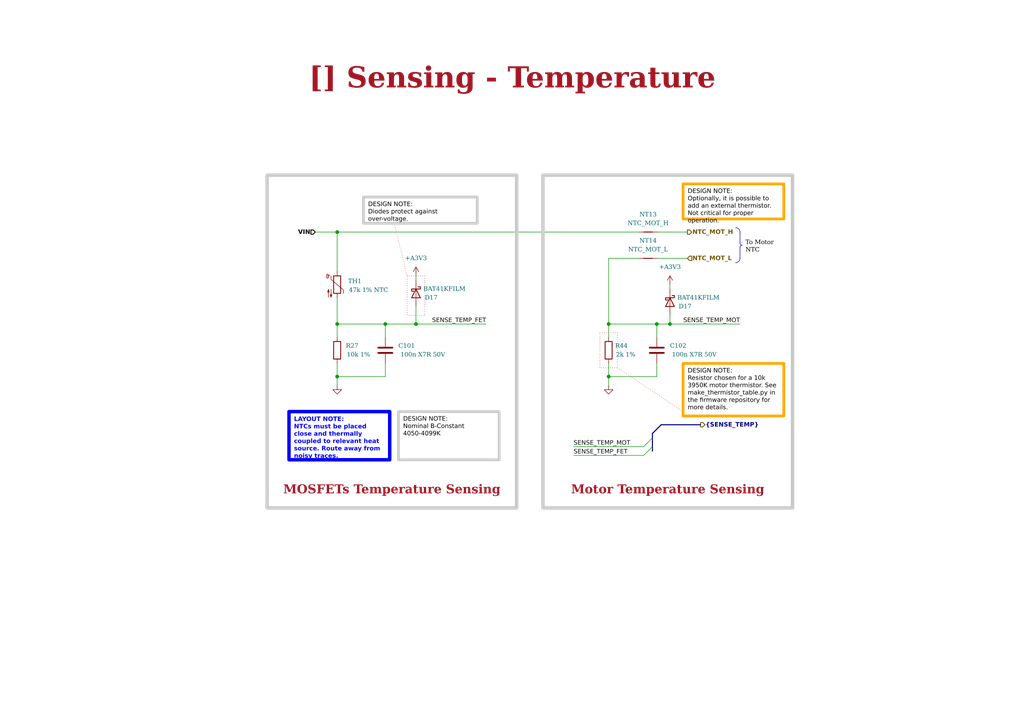
<source format=kicad_sch>
(kicad_sch (version 20231120) (generator "eeschema") (generator_version "8.0")
  (paper "A4")
  (title_block (title "Sensing - Temperature") (date "2024-04-13") (rev "${REVISION}") (company "${COMPANY}"))
  (lib_symbols
    (symbol "0_power_symbols:+A3V3" (power) (pin_names (offset 0))
      (property "Value" "+A3V3" (at 0 3.556 0))
      (symbol "+A3V3_0_1"
        (polyline (pts (xy -0.762 1.27) (xy 0 2.54)))
        (polyline (pts (xy 0 0) (xy 0 2.54)))
        (polyline (pts (xy 0 2.54) (xy 0.762 1.27)))
      )
      (symbol "+A3V3_1_1"
        (pin power_in line (at 0 0 90) (length 0) hide (name "+A3V3") (number "1"))
      )
    )
    (symbol "BAT41KFILM_1" (pin_numbers hide) (pin_names (offset 1.016) hide)
      (property "Reference" "D" (at 0 2.54 0))
      (property "Value" "BAT41KFILM" (at 0 -2.54 0))
      (symbol "BAT41KFILM_1_0_1"
        (polyline (pts (xy 1.27 0) (xy -1.27 0)))
        (polyline (pts (xy 1.27 1.27) (xy 1.27 -1.27) (xy -1.27 0) (xy 1.27 1.27)) (stroke (width 0.254)))
        (polyline (pts (xy -1.905 0.635) (xy -1.905 1.27) (xy -1.27 1.27) (xy -1.27 -1.27) (xy -0.635 -1.27) (xy -0.635 -0.635)) (stroke (width 0.254)))
      )
      (symbol "BAT41KFILM_1_1_1"
        (pin passive line (at -3.81 0 0) (length 2.54) (name "K") (number "1"))
        (pin passive line (at 3.81 0 180) (length 2.54) (name "A") (number "2"))
      )
    )
    (symbol "Device:C" (pin_numbers hide) (pin_names (offset 0.254))
      (property "Reference" "C" (at 0.635 2.54 0))
      (property "Value" "C" (at 0.635 -2.54 0))
      (symbol "C_0_1"
        (polyline (pts (xy -2.032 -0.762) (xy 2.032 -0.762)) (stroke (width 0.508)))
        (polyline (pts (xy -2.032 0.762) (xy 2.032 0.762)) (stroke (width 0.508)))
      )
      (symbol "C_1_1"
        (pin passive line (at 0 3.81 270) (length 2.794) (name "~") (number "1"))
        (pin passive line (at 0 -3.81 90) (length 2.794) (name "~") (number "2"))
      )
    )
    (symbol "Device:NetTie_2" (pin_numbers hide) (pin_names (offset 0) hide) (in_bom no)
      (property "Reference" "NT" (at 0 1.27 0))
      (property "Value" "NetTie_2" (at 0 -1.27 0))
      (symbol "NetTie_2_0_1"
        (polyline (pts (xy -1.27 0) (xy 1.27 0)) (stroke (width 0.254)))
      )
      (symbol "NetTie_2_1_1"
        (pin passive line (at -2.54 0 0) (length 2.54) (name "1") (number "1"))
        (pin passive line (at 2.54 0 180) (length 2.54) (name "2") (number "2"))
      )
    )
    (symbol "Device:R" (pin_numbers hide) (pin_names (offset 0))
      (property "Reference" "R" (at 2.032 0 90))
      (property "Value" "R" (at 0 0 90))
      (symbol "R_0_1"
        (rectangle (start -1.016 -2.54) (end 1.016 2.54) (stroke (width 0.254)))
      )
      (symbol "R_1_1"
        (pin passive line (at 0 3.81 270) (length 1.27) (name "~") (number "1"))
        (pin passive line (at 0 -3.81 90) (length 1.27) (name "~") (number "2"))
      )
    )
    (symbol "Device:Thermistor_NTC" (pin_numbers hide) (pin_names (offset 0))
      (property "Reference" "TH" (at -4.445 0 90))
      (property "Value" "Thermistor_NTC" (at 3.175 0 90))
      (symbol "Thermistor_NTC_0_1"
        (arc (start -3.048 2.159) (mid -3.0495 2.3143) (end -3.175 2.413))
        (arc (start -3.048 2.159) (mid -2.9736 1.9794) (end -2.794 1.905))
        (arc (start -3.048 2.794) (mid -2.9736 2.6144) (end -2.794 2.54))
        (arc (start -2.794 1.905) (mid -2.6144 1.9794) (end -2.54 2.159))
        (arc (start -2.794 2.54) (mid -2.4393 2.5587) (end -2.159 2.794))
        (arc (start -2.794 3.048) (mid -2.9736 2.9736) (end -3.048 2.794))
        (arc (start -2.54 2.794) (mid -2.6144 2.9736) (end -2.794 3.048))
        (rectangle (start -1.016 2.54) (end 1.016 -2.54) (stroke (width 0.254)))
        (polyline (pts (xy -2.54 2.159) (xy -2.54 2.794)))
        (polyline (pts (xy -1.778 2.54) (xy -1.778 1.524) (xy 1.778 -1.524) (xy 1.778 -2.54)))
        (polyline (pts (xy -2.54 -3.683) (xy -2.54 -1.397) (xy -2.794 -2.159) (xy -2.286 -2.159) (xy -2.54 -1.397) (xy -2.54 -1.651)) (fill (type outline)))
        (polyline (pts (xy -1.778 -1.397) (xy -1.778 -3.683) (xy -2.032 -2.921) (xy -1.524 -2.921) (xy -1.778 -3.683) (xy -1.778 -3.429)) (fill (type outline)))
      )
      (symbol "Thermistor_NTC_1_1"
        (pin passive line (at 0 3.81 270) (length 1.27) (name "~") (number "1"))
        (pin passive line (at 0 -3.81 90) (length 1.27) (name "~") (number "2"))
      )
    )
    (symbol "power:GND" (power) (pin_names (offset 0))
      (property "Value" "GND" (at 0 -3.81 0))
      (symbol "GND_0_1"
        (polyline (pts (xy 0 0) (xy 0 -1.27) (xy 1.27 -1.27) (xy 0 -2.54) (xy -1.27 -1.27) (xy 0 -1.27)))
      )
      (symbol "GND_1_1"
        (pin power_in line (at 0 0 270) (length 0) hide (name "GND") (number "1"))
      )
    )
  )
  (junction (at 194.31 93.98))
  (junction (at 97.79 67.31))
  (junction (at 120.65 93.98))
  (junction (at 97.79 93.98))
  (junction (at 176.53 93.98))
  (junction (at 190.5 93.98))
  (junction (at 97.79 109.22))
  (junction (at 176.53 109.22))
  (junction (at 111.76 93.98))
  (bus_entry (at 186.69 129.54) (size 2.54 -2.54))
  (bus_entry (at 186.69 132.08) (size 2.54 -2.54))
  (wire (pts (xy 97.79 67.31) (xy 185.42 67.31)))
  (wire (pts (xy 190.5 67.31) (xy 199.39 67.31)))
  (wire (pts (xy 176.53 109.22) (xy 190.5 109.22)))
  (wire (pts (xy 120.65 80.01) (xy 120.65 81.28)))
  (wire (pts (xy 97.79 109.22) (xy 111.76 109.22)))
  (wire (pts (xy 97.79 93.98) (xy 97.79 97.79)))
  (wire (pts (xy 97.79 67.31) (xy 97.79 78.74)))
  (wire (pts (xy 97.79 105.41) (xy 97.79 109.22)))
  (wire (pts (xy 97.79 111.76) (xy 97.79 109.22)))
  (wire (pts (xy 111.76 93.98) (xy 120.65 93.98)))
  (wire (pts (xy 176.53 93.98) (xy 176.53 97.79)))
  (wire (pts (xy 185.42 74.93) (xy 176.53 74.93)))
  (wire (pts (xy 176.53 93.98) (xy 190.5 93.98)))
  (wire (pts (xy 190.5 105.41) (xy 190.5 109.22)))
  (wire (pts (xy 111.76 93.98) (xy 111.76 97.79)))
  (bus (pts (xy 191.77 123.19) (xy 203.2 123.19)))
  (wire (pts (xy 120.65 93.98) (xy 140.97 93.98)))
  (polyline (pts (xy 114.3 64.77) (xy 118.11 80.01)) (stroke (width 0) (type dot) (color 255 0 0 1)))
  (wire (pts (xy 97.79 86.36) (xy 97.79 93.98)))
  (wire (pts (xy 199.39 74.93) (xy 190.5 74.93)))
  (wire (pts (xy 120.65 88.9) (xy 120.65 93.98)))
  (bus (pts (xy 189.23 127) (xy 189.23 129.54)))
  (bus (pts (xy 189.23 129.54) (xy 189.23 130.81)))
  (wire (pts (xy 194.31 91.44) (xy 194.31 93.98)))
  (wire (pts (xy 190.5 93.98) (xy 194.31 93.98)))
  (polyline (pts (xy 214.63 70.485) (xy 214.63 67.31)))
  (wire (pts (xy 97.79 93.98) (xy 111.76 93.98)))
  (wire (pts (xy 194.31 82.55) (xy 194.31 83.82)))
  (bus (pts (xy 189.23 125.73) (xy 191.77 123.19)))
  (polyline (pts (xy 179.07 106.68) (xy 198.12 119.38)) (stroke (width 0) (type dot) (color 255 0 0 1)))
  (wire (pts (xy 176.53 111.76) (xy 176.53 109.22)))
  (wire (pts (xy 190.5 93.98) (xy 190.5 97.79)))
  (wire (pts (xy 111.76 105.41) (xy 111.76 109.22)))
  (wire (pts (xy 194.31 93.98) (xy 214.63 93.98)))
  (polyline (pts (xy 214.625 71.76) (xy 214.625 74.935)))
  (bus (pts (xy 189.23 125.73) (xy 189.23 127)))
  (wire (pts (xy 176.53 74.93) (xy 176.53 93.98)))
  (wire (pts (xy 176.53 105.41) (xy 176.53 109.22)))
  (wire (pts (xy 166.37 129.54) (xy 186.69 129.54)))
  (wire (pts (xy 91.44 67.31) (xy 97.79 67.31)))
  (wire (pts (xy 166.37 132.08) (xy 186.69 132.08)))
  (arc (start 215.26 71.125) (mid 214.811 70.939) (end 214.625 70.49))
  (rectangle (start 118.11 80.01) (end 123.19 91.44) (stroke (width 0) (type dot) (color 255 0 0 1)))
  (rectangle (start 77.47 50.8) (end 149.86 147.32) (stroke (width 1) (color 200 200 200 1)))
  (rectangle (start 157.48 50.8) (end 229.87 147.32) (stroke (width 1) (color 200 200 200 1)))
  (arc (start 214.625 71.76) (mid 214.811 71.311) (end 215.26 71.125))
  (arc (start 214.625 74.935) (mid 214.253 75.833) (end 213.355 76.205))
  (arc (start 213.36 66.04) (mid 214.2566 66.4134) (end 214.63 67.31))
  (rectangle (start 173.99 96.52) (end 179.07 106.68) (stroke (width 0) (type dot) (color 255 0 0 1)))
  (text_box "LAYOUT NOTE:\nNTCs must be placed close and thermally coupled to relevant heat source. Route away from noisy traces." (at 83.82 119.38 0) (size 29.21 13.97) (stroke (width 1) (color 0 0 255 1)) (effects (font (size 1.27 1.27) (thickness 0.4) (bold yes)) (justify left top)))
  (text_box "MOSFETs Temperature Sensing" (at 78.74 135.89 0) (size 69.85 9.525) (stroke (width -0.0001)) (effects (font (size 2.54 2.54) (thickness 0.508) (bold yes)) (justify bottom)))
  (text_box "Motor Temperature Sensing" (at 158.75 135.89 0) (size 69.85 9.525) (stroke (width -0.0001)) (effects (font (size 2.54 2.54) (thickness 0.508) (bold yes)) (justify bottom)))
  (text_box "[${#}] ${TITLE}" (at 80.01 16.51 0) (size 137.16 12.7) (stroke (width -0.0001)) (effects (font (size 6 6) (thickness 1.2) (bold yes))))
  (text_box "To Motor NTC" (at 215.265 68.58 0) (size 13.335 5.08) (stroke (width -0.0001)) (effects (font (size 1.27 1.27)) (justify left top)))
  (text_box "DESIGN NOTE:\nOptionally, it is possible to add an external thermistor. Not critical for proper operation." (at 198.12 53.34 0) (size 29.21 10.16) (stroke (width 0.8) (color 255 165 0 1)) (effects (font (size 1.27 1.27)) (justify left top)))
  (text_box "DESIGN NOTE:\nDiodes protect against over-voltage." (at 105.41 57.15 0) (size 33.02 7.62) (stroke (width 0.8) (color 200 200 200 1)) (effects (font (size 1.27 1.27)) (justify left top)))
  (text_box "DESIGN NOTE:\nNominal B-Constant 4050-4099K" (at 115.57 119.38 0) (size 29.21 13.97) (stroke (width 0.8) (color 200 200 200 1)) (effects (font (size 1.27 1.27)) (justify left top)))
  (text_box "DESIGN NOTE:\nResistor chosen for a 10k 3950K motor thermistor. See make_thermistor_table.py in the firmware repository for more details." (at 198.12 105.41 0) (size 29.21 15.24) (stroke (width 0.8) (color 255 165 0 1)) (effects (font (size 1.27 1.27)) (justify left top)))
  (label "SENSE_TEMP_MOT" (at 214.63 93.98 180))
  (label "SENSE_TEMP_FET" (at 166.37 132.08 0))
  (label "SENSE_TEMP_MOT" (at 166.37 129.54 0))
  (label "SENSE_TEMP_FET" (at 140.97 93.98 180))
  (hierarchical_label "VIN" (shape input) (at 91.44 67.31 180) (effects (font (bold yes))))
  (hierarchical_label "NTC_MOT_H" (shape output) (at 199.39 67.31 0) (effects (font (bold yes))))
  (hierarchical_label "{SENSE_TEMP}" (shape output) (at 203.2 123.19 0) (effects (font (bold yes))))
  (hierarchical_label "NTC_MOT_L" (shape input) (at 199.39 74.93 0) (effects (font (bold yes))))
  (symbol (lib_id "Device:NetTie_2") (at 187.96 67.31 0) (unit 1) (in_bom no)
    (property "Reference" "NT13" (at 187.96 62.23 0))
    (property "Value" "NTC_MOT_H" (at 187.96 64.77 0))
    (property "Footprint" "0_net_tie:NetTie-2_SMD_Pad0.2mm" (effects (hide yes)))
  )
  (symbol (lib_id "power:GND") (at 176.53 111.76 0) (unit 1)
    (property "Reference" "#PWR044" (effects (hide yes)))
    (property "Value" "GND" (effects (hide yes)))
  )
  (symbol (lib_id "Device:R") (at 97.79 101.6 0) (unit 1)
    (property "Reference" "R27" (at 100.33 100.33 0) (effects (justify left)))
    (property "Value" "10k 1%" (at 100.33 102.87 0) (effects (justify left)))
    (property "Footprint" "0_resistor_smd:R_0402_1005_DensityHigh" (effects (hide yes)))
    (property "Datasheet" "https://www.yageo.com/upload/media/product/app/datasheet/rchip/pyu-rt_1-to-0.01_rohs_l.pdf" (effects (hide yes)))
    (property "Description" "10 kOhms ±1% 0.063W, 1/16W Chip Resistor 0402 (1005 Metric) Thin Film" (effects (hide yes)))
    (property "Supplier 1" "Digikey" (effects (hide yes)))
    (property "Supplier Part Number 1" "YAG1233CT-ND" (effects (hide yes)))
    (property "manf" "YAGEO" (effects (hide yes)))
    (property "manf#" "RT0402FRE0710KL" (effects (hide yes)))
  )
  (symbol (lib_id "0_power_symbols:+A3V3") (at 194.31 82.55 0) (unit 1)
    (property "Reference" "#PWR06" (effects (hide yes)))
    (property "Value" "+A3V3" (at 194.31 77.47 0))
    (instances (project "pcb2blender_tmp" (path "" (reference "#PWR06") (unit 1)) (path "" (reference "#PWR045") (unit 1))))
  )
  (symbol (lib_id "Device:R") (at 176.53 101.6 0) (unit 1)
    (property "Reference" "R44" (at 178.435 100.33 0) (effects (justify left)))
    (property "Value" "2k 1%" (at 178.435 102.87 0) (effects (justify left)))
    (property "Footprint" "0_resistor_smd:R_0402_1005_DensityHigh" (effects (hide yes)))
    (property "Description" "2 kOhms ±1% 0.1W, 1/10W Chip Resistor 0402 (1005 Metric) Automotive AEC-Q200 Thick Film" (effects (hide yes)))
    (property "Supplier 1" "Digikey" (effects (hide yes)))
    (property "Supplier Part Number 1" "P2.00KLCT-ND" (effects (hide yes)))
    (property "manf" "Vishay" (effects (hide yes)))
    (property "manf#" "ERJ-2RKF2001X" (effects (hide yes)))
    (instances (project "pcb2blender_tmp" (path "" (reference "R44") (unit 1)) (path "" (reference "R28") (unit 1))))
  )
  (symbol (lib_id "Device:C") (at 111.76 101.6 0) (unit 1)
    (property "Reference" "C101" (at 115.57 100.33 0) (effects (justify left)))
    (property "Value" "100n X7R 50V" (at 115.57 102.87 0) (effects (justify left)))
    (property "Footprint" "0_capacitor_smd:C_0402_1005_DensityHigh" (effects (hide yes)))
    (property "Datasheet" "https://search.murata.co.jp/Ceramy/image/img/A01X/G101/ENG/GCM155R71H104KE02-01.pdf" (effects (hide yes)))
    (property "Description" "0.1 µF ±10% 50V Ceramic Capacitor X7R 0402 (1005 Metric)" (effects (hide yes)))
    (property "Supplier 1" "Digikey" (effects (hide yes)))
    (property "Supplier Part Number 1" "490-14514-1-ND" (effects (hide yes)))
    (property "manf" "Murata Electronics" (effects (hide yes)))
    (property "manf#" "GCM155R71H104KE02J" (effects (hide yes)))
  )
  (symbol (lib_name "BAT41KFILM_1") (lib_id "0_diode:BAT41KFILM") (at 194.31 87.63 270) (unit 1)
    (property "Reference" "D17" (at 196.85 88.9 90) (effects (justify left)))
    (property "Value" "BAT41KFILM" (at 196.85 86.36 90) (effects (justify left)))
    (property "Footprint" "0_diode_smd:D_SOD-523" (effects (hide yes)))
    (property "Datasheet" "https://www.st.com/content/ccc/resource/technical/document/datasheet/5b/cd/d8/0a/45/56/41/6c/CD00130227.pdf/files/CD00130227.pdf/jcr:content/translations/en.CD00130227.pdf" (effects (hide yes)))
    (property "Description" "Diode 100 V 200mA Surface Mount SOD-523" (effects (hide yes)))
    (property "Supplier 1" "Digikey" (effects (hide yes)))
    (property "Supplier Part Number 1" "497-5556-1-ND" (effects (hide yes)))
    (property "manf" "STMicroelectronics" (effects (hide yes)))
    (property "manf#" "BAT41KFILM" (effects (hide yes)))
    (instances (project "pcb2blender_tmp" (path "" (reference "D17") (unit 1)) (path "" (reference "D15") (unit 1))))
  )
  (symbol (lib_id "power:GND") (at 97.79 111.76 0) (unit 1)
    (property "Reference" "#PWR042" (effects (hide yes)))
    (property "Value" "GND" (effects (hide yes)))
  )
  (symbol (lib_name "BAT41KFILM_1") (lib_id "0_diode:BAT41KFILM") (at 120.65 85.09 270) (unit 1)
    (property "Reference" "D17" (at 123.19 86.36 90) (effects (justify left)))
    (property "Value" "BAT41KFILM" (at 123.19 83.82 90) (effects (justify left)))
    (property "Footprint" "0_diode_smd:D_SOD-523" (effects (hide yes)))
    (property "Datasheet" "https://www.st.com/content/ccc/resource/technical/document/datasheet/5b/cd/d8/0a/45/56/41/6c/CD00130227.pdf/files/CD00130227.pdf/jcr:content/translations/en.CD00130227.pdf" (effects (hide yes)))
    (property "Description" "Diode 100 V 200mA Surface Mount SOD-523" (effects (hide yes)))
    (property "Supplier 1" "Digikey" (effects (hide yes)))
    (property "Supplier Part Number 1" "497-5556-1-ND" (effects (hide yes)))
    (property "manf" "STMicroelectronics" (effects (hide yes)))
    (property "manf#" "BAT41KFILM" (effects (hide yes)))
    (instances (project "pcb2blender_tmp" (path "" (reference "D17") (unit 1)) (path "" (reference "D14") (unit 1))))
  )
  (symbol (lib_id "Device:Thermistor_NTC") (at 97.79 82.55 0) (unit 1)
    (property "Reference" "TH1" (at 100.965 81.5975 0) (effects (justify left)))
    (property "Value" "47k 1% NTC" (at 100.965 84.1375 0) (effects (justify left)))
    (property "Footprint" "0_resistor_smd:R_0402_1005_DensityHigh" (effects (hide yes)))
    (property "Datasheet" "https://www.murata.com/~/media/webrenewal/support/library/catalog/products/thermistor/r01e.ashx" (effects (hide yes)))
    (property "Description" "NTC Thermistor 47k 4050K 0402 (1005 Metric)" (effects (hide yes)))
    (property "Supplier 1" "Digikey" (effects (hide yes)))
    (property "Supplier Part Number 1" "490-4802-1-ND" (effects (hide yes)))
    (property "manf" "Murata Electronics" (effects (hide yes)))
    (property "manf#" "NCP15WB473F03RC" (effects (hide yes)))
  )
  (symbol (lib_id "0_power_symbols:+A3V3") (at 120.65 80.01 0) (unit 1)
    (property "Reference" "#PWR06" (effects (hide yes)))
    (property "Value" "+A3V3" (at 120.65 74.93 0))
    (instances (project "pcb2blender_tmp" (path "" (reference "#PWR06") (unit 1)) (path "" (reference "#PWR043") (unit 1))))
  )
  (symbol (lib_id "Device:NetTie_2") (at 187.96 74.93 0) (unit 1) (in_bom no)
    (property "Reference" "NT14" (at 187.96 69.85 0))
    (property "Value" "NTC_MOT_L" (at 187.96 72.39 0))
    (property "Footprint" "0_net_tie:NetTie-2_SMD_Pad0.2mm" (effects (hide yes)))
  )
  (symbol (lib_id "Device:C") (at 190.5 101.6 0) (unit 1)
    (property "Reference" "C102" (at 194.31 100.33 0) (effects (justify left)))
    (property "Value" "100n X7R 50V" (at 194.31 102.87 0) (effects (justify left)))
    (property "Footprint" "0_capacitor_smd:C_0402_1005_DensityHigh" (effects (hide yes)))
    (property "Datasheet" "https://search.murata.co.jp/Ceramy/image/img/A01X/G101/ENG/GCM155R71H104KE02-01.pdf" (effects (hide yes)))
    (property "Description" "0.1 µF ±10% 50V Ceramic Capacitor X7R 0402 (1005 Metric)" (effects (hide yes)))
    (property "Supplier 1" "Digikey" (effects (hide yes)))
    (property "Supplier Part Number 1" "490-14514-1-ND" (effects (hide yes)))
    (property "manf" "Murata Electronics" (effects (hide yes)))
    (property "manf#" "GCM155R71H104KE02J" (effects (hide yes)))
  )
)
</source>
